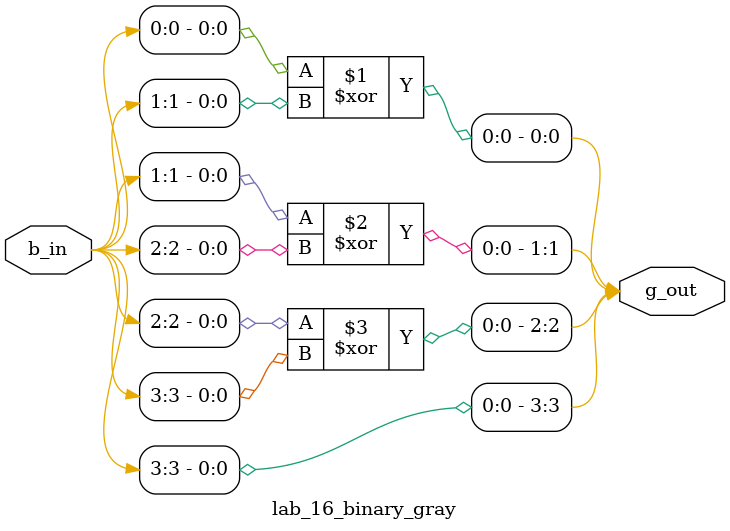
<source format=v>
`timescale 1ns / 1ps


module lab_16_binary_gray(input [3:0]b_in,
                          output [3:0] g_out

    );
    assign g_out[0]=b_in[0] ^ b_in[1];
    assign g_out[1]= b_in[1] ^ b_in[2];
    assign g_out[2]= b_in[2] ^ b_in[3];
    assign g_out[3]= b_in[3];
    
endmodule

</source>
